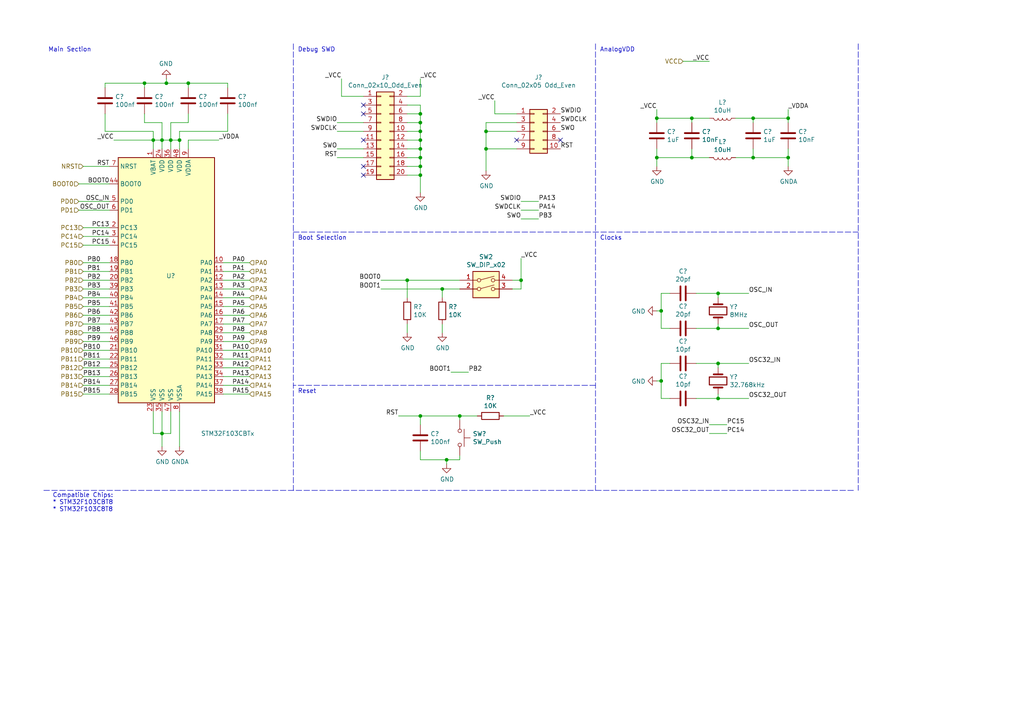
<source format=kicad_sch>
(kicad_sch (version 20231120) (generator "eeschema") (generator_version "8.0")
  (paper "A4")
  (lib_symbols
    (symbol "Connector_Generic:Conn_02x05_Odd_Even" (pin_names (offset 1.016) hide)
      (property "Reference" "J" (at 1.27 7.62 0))
      (property "Value" "Conn_02x05_Odd_Even" (at 1.27 -7.62 0))
      (symbol "Conn_02x05_Odd_Even_1_1"
        (rectangle (start -1.27 -4.953) (end 0 -5.207) (stroke (width 0.1524)))
        (rectangle (start -1.27 -2.413) (end 0 -2.667) (stroke (width 0.1524)))
        (rectangle (start -1.27 0.127) (end 0 -0.127) (stroke (width 0.1524)))
        (rectangle (start -1.27 2.667) (end 0 2.413) (stroke (width 0.1524)))
        (rectangle (start -1.27 5.207) (end 0 4.953) (stroke (width 0.1524)))
        (rectangle (start -1.27 6.35) (end 3.81 -6.35) (stroke (width 0.254)) (fill (type background)))
        (rectangle (start 3.81 -4.953) (end 2.54 -5.207) (stroke (width 0.1524)))
        (rectangle (start 3.81 -2.413) (end 2.54 -2.667) (stroke (width 0.1524)))
        (rectangle (start 3.81 0.127) (end 2.54 -0.127) (stroke (width 0.1524)))
        (rectangle (start 3.81 2.667) (end 2.54 2.413) (stroke (width 0.1524)))
        (rectangle (start 3.81 5.207) (end 2.54 4.953) (stroke (width 0.1524)))
        (pin passive line (at -5.08 5.08 0) (length 3.81) (name "Pin_1") (number "1"))
        (pin passive line (at 7.62 -5.08 180) (length 3.81) (name "Pin_10") (number "10"))
        (pin passive line (at 7.62 5.08 180) (length 3.81) (name "Pin_2") (number "2"))
        (pin passive line (at -5.08 2.54 0) (length 3.81) (name "Pin_3") (number "3"))
        (pin passive line (at 7.62 2.54 180) (length 3.81) (name "Pin_4") (number "4"))
        (pin passive line (at -5.08 0 0) (length 3.81) (name "Pin_5") (number "5"))
        (pin passive line (at 7.62 0 180) (length 3.81) (name "Pin_6") (number "6"))
        (pin passive line (at -5.08 -2.54 0) (length 3.81) (name "Pin_7") (number "7"))
        (pin passive line (at 7.62 -2.54 180) (length 3.81) (name "Pin_8") (number "8"))
        (pin passive line (at -5.08 -5.08 0) (length 3.81) (name "Pin_9") (number "9"))
      )
    )
    (symbol "Connector_Generic:Conn_02x10_Odd_Even" (pin_names (offset 1.016) hide)
      (property "Reference" "J" (at 1.27 12.7 0))
      (property "Value" "Conn_02x10_Odd_Even" (at 1.27 -15.24 0))
      (symbol "Conn_02x10_Odd_Even_1_1"
        (rectangle (start -1.27 -12.573) (end 0 -12.827) (stroke (width 0.1524)))
        (rectangle (start -1.27 -10.033) (end 0 -10.287) (stroke (width 0.1524)))
        (rectangle (start -1.27 -7.493) (end 0 -7.747) (stroke (width 0.1524)))
        (rectangle (start -1.27 -4.953) (end 0 -5.207) (stroke (width 0.1524)))
        (rectangle (start -1.27 -2.413) (end 0 -2.667) (stroke (width 0.1524)))
        (rectangle (start -1.27 0.127) (end 0 -0.127) (stroke (width 0.1524)))
        (rectangle (start -1.27 2.667) (end 0 2.413) (stroke (width 0.1524)))
        (rectangle (start -1.27 5.207) (end 0 4.953) (stroke (width 0.1524)))
        (rectangle (start -1.27 7.747) (end 0 7.493) (stroke (width 0.1524)))
        (rectangle (start -1.27 10.287) (end 0 10.033) (stroke (width 0.1524)))
        (rectangle (start -1.27 11.43) (end 3.81 -13.97) (stroke (width 0.254)) (fill (type background)))
        (rectangle (start 3.81 -12.573) (end 2.54 -12.827) (stroke (width 0.1524)))
        (rectangle (start 3.81 -10.033) (end 2.54 -10.287) (stroke (width 0.1524)))
        (rectangle (start 3.81 -7.493) (end 2.54 -7.747) (stroke (width 0.1524)))
        (rectangle (start 3.81 -4.953) (end 2.54 -5.207) (stroke (width 0.1524)))
        (rectangle (start 3.81 -2.413) (end 2.54 -2.667) (stroke (width 0.1524)))
        (rectangle (start 3.81 0.127) (end 2.54 -0.127) (stroke (width 0.1524)))
        (rectangle (start 3.81 2.667) (end 2.54 2.413) (stroke (width 0.1524)))
        (rectangle (start 3.81 5.207) (end 2.54 4.953) (stroke (width 0.1524)))
        (rectangle (start 3.81 7.747) (end 2.54 7.493) (stroke (width 0.1524)))
        (rectangle (start 3.81 10.287) (end 2.54 10.033) (stroke (width 0.1524)))
        (pin passive line (at -5.08 10.16 0) (length 3.81) (name "Pin_1") (number "1"))
        (pin passive line (at 7.62 0 180) (length 3.81) (name "Pin_10") (number "10"))
        (pin passive line (at -5.08 -2.54 0) (length 3.81) (name "Pin_11") (number "11"))
        (pin passive line (at 7.62 -2.54 180) (length 3.81) (name "Pin_12") (number "12"))
        (pin passive line (at -5.08 -5.08 0) (length 3.81) (name "Pin_13") (number "13"))
        (pin passive line (at 7.62 -5.08 180) (length 3.81) (name "Pin_14") (number "14"))
        (pin passive line (at -5.08 -7.62 0) (length 3.81) (name "Pin_15") (number "15"))
        (pin passive line (at 7.62 -7.62 180) (length 3.81) (name "Pin_16") (number "16"))
        (pin passive line (at -5.08 -10.16 0) (length 3.81) (name "Pin_17") (number "17"))
        (pin passive line (at 7.62 -10.16 180) (length 3.81) (name "Pin_18") (number "18"))
        (pin passive line (at -5.08 -12.7 0) (length 3.81) (name "Pin_19") (number "19"))
        (pin passive line (at 7.62 10.16 180) (length 3.81) (name "Pin_2") (number "2"))
        (pin passive line (at 7.62 -12.7 180) (length 3.81) (name "Pin_20") (number "20"))
        (pin passive line (at -5.08 7.62 0) (length 3.81) (name "Pin_3") (number "3"))
        (pin passive line (at 7.62 7.62 180) (length 3.81) (name "Pin_4") (number "4"))
        (pin passive line (at -5.08 5.08 0) (length 3.81) (name "Pin_5") (number "5"))
        (pin passive line (at 7.62 5.08 180) (length 3.81) (name "Pin_6") (number "6"))
        (pin passive line (at -5.08 2.54 0) (length 3.81) (name "Pin_7") (number "7"))
        (pin passive line (at 7.62 2.54 180) (length 3.81) (name "Pin_8") (number "8"))
        (pin passive line (at -5.08 0 0) (length 3.81) (name "Pin_9") (number "9"))
      )
    )
    (symbol "Device:C" (pin_numbers hide) (pin_names (offset 0.254))
      (property "Reference" "C" (at 0.635 2.54 0))
      (property "Value" "C" (at 0.635 -2.54 0))
      (symbol "C_0_1"
        (polyline (pts (xy -2.032 -0.762) (xy 2.032 -0.762)) (stroke (width 0.508)))
        (polyline (pts (xy -2.032 0.762) (xy 2.032 0.762)) (stroke (width 0.508)))
      )
      (symbol "C_1_1"
        (pin passive line (at 0 3.81 270) (length 2.794) (name "~") (number "1"))
        (pin passive line (at 0 -3.81 90) (length 2.794) (name "~") (number "2"))
      )
    )
    (symbol "Device:Crystal" (pin_numbers hide) (pin_names (offset 1.016) hide)
      (property "Reference" "Y" (at 0 3.81 0))
      (property "Value" "Crystal" (at 0 -3.81 0))
      (symbol "Crystal_0_1"
        (rectangle (start -1.143 2.54) (end 1.143 -2.54) (stroke (width 0.3048)))
        (polyline (pts (xy -2.54 0) (xy -1.905 0)))
        (polyline (pts (xy -1.905 -1.27) (xy -1.905 1.27)) (stroke (width 0.508)))
        (polyline (pts (xy 1.905 -1.27) (xy 1.905 1.27)) (stroke (width 0.508)))
        (polyline (pts (xy 2.54 0) (xy 1.905 0)))
      )
      (symbol "Crystal_1_1"
        (pin passive line (at -3.81 0 0) (length 1.27) (name "1") (number "1"))
        (pin passive line (at 3.81 0 180) (length 1.27) (name "2") (number "2"))
      )
    )
    (symbol "Device:L" (pin_numbers hide) (pin_names (offset 1.016) hide)
      (property "Reference" "L" (at -1.27 0 90))
      (property "Value" "L" (at 1.905 0 90))
      (symbol "L_0_1"
        (arc (start 0 -2.54) (mid 0.6323 -1.905) (end 0 -1.27))
        (arc (start 0 -1.27) (mid 0.6323 -0.635) (end 0 0))
        (arc (start 0 0) (mid 0.6323 0.635) (end 0 1.27))
        (arc (start 0 1.27) (mid 0.6323 1.905) (end 0 2.54))
      )
      (symbol "L_1_1"
        (pin passive line (at 0 3.81 270) (length 1.27) (name "1") (number "1"))
        (pin passive line (at 0 -3.81 90) (length 1.27) (name "2") (number "2"))
      )
    )
    (symbol "Device:R" (pin_numbers hide) (pin_names (offset 0))
      (property "Reference" "R" (at 2.032 0 90))
      (property "Value" "R" (at 0 0 90))
      (symbol "R_0_1"
        (rectangle (start -1.016 -2.54) (end 1.016 2.54) (stroke (width 0.254)))
      )
      (symbol "R_1_1"
        (pin passive line (at 0 3.81 270) (length 1.27) (name "~") (number "1"))
        (pin passive line (at 0 -3.81 90) (length 1.27) (name "~") (number "2"))
      )
    )
    (symbol "STM32103_Devel-rescue:GND-power" (power) (pin_names (offset 0))
      (property "Value" "power_GND" (at 0 -3.81 0))
      (symbol "GND-power_0_1"
        (polyline (pts (xy 0 0) (xy 0 -1.27) (xy 1.27 -1.27) (xy 0 -2.54) (xy -1.27 -1.27) (xy 0 -1.27)))
      )
      (symbol "GND-power_1_1"
        (pin power_in line (at 0 0 270) (length 0) hide (name "GND") (number "1"))
      )
    )
    (symbol "STM32103_Devel-rescue:GNDA-power" (power) (pin_names (offset 0))
      (property "Value" "power_GNDA" (at 0 -3.81 0))
      (symbol "GNDA-power_0_1"
        (polyline (pts (xy 0 0) (xy 0 -1.27) (xy 1.27 -1.27) (xy 0 -2.54) (xy -1.27 -1.27) (xy 0 -1.27)))
      )
      (symbol "GNDA-power_1_1"
        (pin power_in line (at 0 0 270) (length 0) hide (name "GNDA") (number "1"))
      )
    )
    (symbol "STM32103_Devel-rescue:STM32F103CBTx-MCU_ST_STM32F1"
      (property "Reference" "U" (at -15.24 36.83 0))
      (property "Value" "MCU_ST_STM32F1_STM32F103CBTx" (at 7.62 36.83 0))
      (symbol "STM32F103CBTx-MCU_ST_STM32F1_0_1"
        (rectangle (start -15.24 -35.56) (end 12.7 35.56) (stroke (width 0.254)) (fill (type background)))
      )
      (symbol "STM32F103CBTx-MCU_ST_STM32F1_1_1"
        (pin power_in line (at -5.08 38.1 270) (length 2.54) (name "VBAT") (number "1"))
        (pin bidirectional line (at 15.24 5.08 180) (length 2.54) (name "PA0") (number "10"))
        (pin bidirectional line (at 15.24 2.54 180) (length 2.54) (name "PA1") (number "11"))
        (pin bidirectional line (at 15.24 0 180) (length 2.54) (name "PA2") (number "12"))
        (pin bidirectional line (at 15.24 -2.54 180) (length 2.54) (name "PA3") (number "13"))
        (pin bidirectional line (at 15.24 -5.08 180) (length 2.54) (name "PA4") (number "14"))
        (pin bidirectional line (at 15.24 -7.62 180) (length 2.54) (name "PA5") (number "15"))
        (pin bidirectional line (at 15.24 -10.16 180) (length 2.54) (name "PA6") (number "16"))
        (pin bidirectional line (at 15.24 -12.7 180) (length 2.54) (name "PA7") (number "17"))
        (pin bidirectional line (at -17.78 5.08 0) (length 2.54) (name "PB0") (number "18"))
        (pin bidirectional line (at -17.78 2.54 0) (length 2.54) (name "PB1") (number "19"))
        (pin bidirectional line (at -17.78 15.24 0) (length 2.54) (name "PC13") (number "2"))
        (pin bidirectional line (at -17.78 0 0) (length 2.54) (name "PB2") (number "20"))
        (pin bidirectional line (at -17.78 -20.32 0) (length 2.54) (name "PB10") (number "21"))
        (pin bidirectional line (at -17.78 -22.86 0) (length 2.54) (name "PB11") (number "22"))
        (pin power_in line (at -5.08 -38.1 90) (length 2.54) (name "VSS") (number "23"))
        (pin power_in line (at -2.54 38.1 270) (length 2.54) (name "VDD") (number "24"))
        (pin bidirectional line (at -17.78 -25.4 0) (length 2.54) (name "PB12") (number "25"))
        (pin bidirectional line (at -17.78 -27.94 0) (length 2.54) (name "PB13") (number "26"))
        (pin bidirectional line (at -17.78 -30.48 0) (length 2.54) (name "PB14") (number "27"))
        (pin bidirectional line (at -17.78 -33.02 0) (length 2.54) (name "PB15") (number "28"))
        (pin bidirectional line (at 15.24 -15.24 180) (length 2.54) (name "PA8") (number "29"))
        (pin bidirectional line (at -17.78 12.7 0) (length 2.54) (name "PC14") (number "3"))
        (pin bidirectional line (at 15.24 -17.78 180) (length 2.54) (name "PA9") (number "30"))
        (pin bidirectional line (at 15.24 -20.32 180) (length 2.54) (name "PA10") (number "31"))
        (pin bidirectional line (at 15.24 -22.86 180) (length 2.54) (name "PA11") (number "32"))
        (pin bidirectional line (at 15.24 -25.4 180) (length 2.54) (name "PA12") (number "33"))
        (pin bidirectional line (at 15.24 -27.94 180) (length 2.54) (name "PA13") (number "34"))
        (pin power_in line (at -2.54 -38.1 90) (length 2.54) (name "VSS") (number "35"))
        (pin power_in line (at 0 38.1 270) (length 2.54) (name "VDD") (number "36"))
        (pin bidirectional line (at 15.24 -30.48 180) (length 2.54) (name "PA14") (number "37"))
        (pin bidirectional line (at 15.24 -33.02 180) (length 2.54) (name "PA15") (number "38"))
        (pin bidirectional line (at -17.78 -2.54 0) (length 2.54) (name "PB3") (number "39"))
        (pin bidirectional line (at -17.78 10.16 0) (length 2.54) (name "PC15") (number "4"))
        (pin bidirectional line (at -17.78 -5.08 0) (length 2.54) (name "PB4") (number "40"))
        (pin bidirectional line (at -17.78 -7.62 0) (length 2.54) (name "PB5") (number "41"))
        (pin bidirectional line (at -17.78 -10.16 0) (length 2.54) (name "PB6") (number "42"))
        (pin bidirectional line (at -17.78 -12.7 0) (length 2.54) (name "PB7") (number "43"))
        (pin input line (at -17.78 27.94 0) (length 2.54) (name "BOOT0") (number "44"))
        (pin bidirectional line (at -17.78 -15.24 0) (length 2.54) (name "PB8") (number "45"))
        (pin bidirectional line (at -17.78 -17.78 0) (length 2.54) (name "PB9") (number "46"))
        (pin power_in line (at 0 -38.1 90) (length 2.54) (name "VSS") (number "47"))
        (pin power_in line (at 2.54 38.1 270) (length 2.54) (name "VDD") (number "48"))
        (pin input line (at -17.78 22.86 0) (length 2.54) (name "PD0") (number "5"))
        (pin input line (at -17.78 20.32 0) (length 2.54) (name "PD1") (number "6"))
        (pin input line (at -17.78 33.02 0) (length 2.54) (name "NRST") (number "7"))
        (pin power_in line (at 2.54 -38.1 90) (length 2.54) (name "VSSA") (number "8"))
        (pin power_in line (at 5.08 38.1 270) (length 2.54) (name "VDDA") (number "9"))
      )
    )
    (symbol "Switch:SW_DIP_x02" (pin_names (offset 0) hide)
      (property "Reference" "SW" (at 0 6.35 0))
      (property "Value" "SW_DIP_x02" (at 0 -3.81 0))
      (symbol "SW_DIP_x02_0_0"
        (circle (center -2.032 0) (radius 0.508))
        (circle (center -2.032 2.54) (radius 0.508))
        (polyline (pts (xy -1.524 0.127) (xy 2.3622 1.1684)))
        (polyline (pts (xy -1.524 2.667) (xy 2.3622 3.7084)))
        (circle (center 2.032 0) (radius 0.508))
        (circle (center 2.032 2.54) (radius 0.508))
      )
      (symbol "SW_DIP_x02_0_1"
        (rectangle (start -3.81 5.08) (end 3.81 -2.54) (stroke (width 0.254)) (fill (type background)))
      )
      (symbol "SW_DIP_x02_1_1"
        (pin passive line (at -7.62 2.54 0) (length 5.08) (name "~") (number "1"))
        (pin passive line (at -7.62 0 0) (length 5.08) (name "~") (number "2"))
        (pin passive line (at 7.62 0 180) (length 5.08) (name "~") (number "3"))
        (pin passive line (at 7.62 2.54 180) (length 5.08) (name "~") (number "4"))
      )
    )
    (symbol "Switch:SW_Push" (pin_numbers hide) (pin_names (offset 1.016) hide)
      (property "Reference" "SW" (at 1.27 2.54 0))
      (property "Value" "SW_Push" (at 0 -1.524 0))
      (symbol "SW_Push_0_1"
        (circle (center -2.032 0) (radius 0.508))
        (polyline (pts (xy 0 1.27) (xy 0 3.048)))
        (polyline (pts (xy 2.54 1.27) (xy -2.54 1.27)))
        (circle (center 2.032 0) (radius 0.508))
        (pin passive line (at -5.08 0 0) (length 2.54) (name "1") (number "1"))
        (pin passive line (at 5.08 0 180) (length 2.54) (name "2") (number "2"))
      )
    )
  )
  (junction (at 228.6 34.29))
  (junction (at 128.27 83.82))
  (junction (at 218.44 45.72))
  (junction (at 48.26 24.13))
  (junction (at 118.11 81.28))
  (junction (at 208.28 105.41))
  (junction (at 200.66 34.29))
  (junction (at 121.92 35.56))
  (junction (at 140.97 43.18))
  (junction (at 151.13 81.28))
  (junction (at 44.45 40.64))
  (junction (at 121.92 43.18))
  (junction (at 46.99 125.73))
  (junction (at 121.92 38.1))
  (junction (at 121.92 48.26))
  (junction (at 121.92 120.65))
  (junction (at 218.44 34.29))
  (junction (at 121.92 45.72))
  (junction (at 54.61 24.13))
  (junction (at 49.53 40.64))
  (junction (at 208.28 85.09))
  (junction (at 121.92 40.64))
  (junction (at 208.28 95.25))
  (junction (at 190.5 34.29))
  (junction (at 41.91 24.13))
  (junction (at 121.92 50.8))
  (junction (at 200.66 45.72))
  (junction (at 133.35 120.65))
  (junction (at 208.28 115.57))
  (junction (at 52.07 40.64))
  (junction (at 121.92 33.02))
  (junction (at 190.5 45.72))
  (junction (at 46.99 40.64))
  (junction (at 140.97 38.1))
  (junction (at 191.77 90.17))
  (junction (at 191.77 110.49))
  (junction (at 228.6 45.72))
  (junction (at 129.54 133.35))
  (no_connect (at 149.86 40.64))
  (no_connect (at 105.41 30.48))
  (no_connect (at 105.41 50.8))
  (no_connect (at 105.41 40.64))
  (no_connect (at 105.41 33.02))
  (no_connect (at 162.56 40.64))
  (no_connect (at 105.41 48.26))
  (wire (pts (xy 210.82 123.19) (xy 205.74 123.19)))
  (wire (pts (xy 121.92 33.02) (xy 121.92 35.56)))
  (wire (pts (xy 54.61 24.13) (xy 48.26 24.13)))
  (wire (pts (xy 49.53 119.38) (xy 49.53 125.73)))
  (wire (pts (xy 191.77 105.41) (xy 191.77 110.49)))
  (wire (pts (xy 128.27 83.82) (xy 128.27 86.36)))
  (wire (pts (xy 151.13 63.5) (xy 156.21 63.5)))
  (wire (pts (xy 121.92 130.81) (xy 121.92 133.35)))
  (wire (pts (xy 63.5 40.64) (xy 54.61 40.64)))
  (wire (pts (xy 128.27 96.52) (xy 128.27 93.98)))
  (wire (pts (xy 194.31 85.09) (xy 191.77 85.09)))
  (wire (pts (xy 121.92 45.72) (xy 121.92 48.26)))
  (wire (pts (xy 213.36 45.72) (xy 218.44 45.72)))
  (wire (pts (xy 44.45 119.38) (xy 44.45 125.73)))
  (wire (pts (xy 99.06 27.94) (xy 105.41 27.94)))
  (wire (pts (xy 118.11 27.94) (xy 121.92 27.94)))
  (wire (pts (xy 31.75 104.14) (xy 24.13 104.14)))
  (wire (pts (xy 149.86 38.1) (xy 140.97 38.1)))
  (polyline (pts (xy 12.7 142.24) (xy 247.65 142.24)) (stroke (width 0) (type dash)))
  (wire (pts (xy 64.77 91.44) (xy 72.39 91.44)))
  (wire (pts (xy 133.35 132.08) (xy 133.35 133.35)))
  (wire (pts (xy 148.59 81.28) (xy 151.13 81.28)))
  (wire (pts (xy 64.77 106.68) (xy 72.39 106.68)))
  (wire (pts (xy 140.97 38.1) (xy 140.97 43.18)))
  (wire (pts (xy 191.77 90.17) (xy 191.77 95.25)))
  (wire (pts (xy 128.27 83.82) (xy 133.35 83.82)))
  (wire (pts (xy 66.04 38.1) (xy 66.04 33.02)))
  (wire (pts (xy 115.57 120.65) (xy 121.92 120.65)))
  (wire (pts (xy 46.99 43.18) (xy 46.99 40.64)))
  (wire (pts (xy 30.48 24.13) (xy 41.91 24.13)))
  (wire (pts (xy 24.13 111.76) (xy 31.75 111.76)))
  (wire (pts (xy 46.99 35.56) (xy 46.99 40.64)))
  (wire (pts (xy 118.11 81.28) (xy 118.11 86.36)))
  (wire (pts (xy 118.11 35.56) (xy 121.92 35.56)))
  (wire (pts (xy 24.13 81.28) (xy 31.75 81.28)))
  (wire (pts (xy 151.13 74.93) (xy 151.13 81.28)))
  (wire (pts (xy 52.07 40.64) (xy 52.07 43.18)))
  (polyline (pts (xy 248.92 12.7) (xy 248.92 142.24)) (stroke (width 0) (type dash)))
  (wire (pts (xy 190.5 110.49) (xy 191.77 110.49)))
  (wire (pts (xy 156.21 60.96) (xy 151.13 60.96)))
  (wire (pts (xy 205.74 125.73) (xy 210.82 125.73)))
  (wire (pts (xy 24.13 48.26) (xy 31.75 48.26)))
  (wire (pts (xy 24.13 106.68) (xy 31.75 106.68)))
  (wire (pts (xy 22.86 60.96) (xy 31.75 60.96)))
  (wire (pts (xy 208.28 105.41) (xy 217.17 105.41)))
  (wire (pts (xy 31.75 66.04) (xy 24.13 66.04)))
  (wire (pts (xy 64.77 104.14) (xy 72.39 104.14)))
  (wire (pts (xy 138.43 120.65) (xy 133.35 120.65)))
  (wire (pts (xy 153.67 120.65) (xy 146.05 120.65)))
  (wire (pts (xy 143.51 29.21) (xy 143.51 33.02)))
  (wire (pts (xy 121.92 38.1) (xy 121.92 40.64)))
  (wire (pts (xy 64.77 109.22) (xy 72.39 109.22)))
  (wire (pts (xy 191.77 85.09) (xy 191.77 90.17)))
  (wire (pts (xy 228.6 45.72) (xy 228.6 43.18)))
  (wire (pts (xy 118.11 45.72) (xy 121.92 45.72)))
  (wire (pts (xy 140.97 35.56) (xy 149.86 35.56)))
  (wire (pts (xy 191.77 110.49) (xy 191.77 115.57)))
  (wire (pts (xy 41.91 25.4) (xy 41.91 24.13)))
  (wire (pts (xy 24.13 91.44) (xy 31.75 91.44)))
  (wire (pts (xy 64.77 96.52) (xy 72.39 96.52)))
  (wire (pts (xy 24.13 76.2) (xy 31.75 76.2)))
  (wire (pts (xy 201.93 105.41) (xy 208.28 105.41)))
  (wire (pts (xy 228.6 45.72) (xy 228.6 48.26)))
  (wire (pts (xy 66.04 24.13) (xy 54.61 24.13)))
  (wire (pts (xy 208.28 93.98) (xy 208.28 95.25)))
  (wire (pts (xy 149.86 43.18) (xy 140.97 43.18)))
  (wire (pts (xy 151.13 83.82) (xy 148.59 83.82)))
  (wire (pts (xy 54.61 33.02) (xy 54.61 35.56)))
  (wire (pts (xy 133.35 133.35) (xy 129.54 133.35)))
  (wire (pts (xy 52.07 129.54) (xy 52.07 119.38)))
  (wire (pts (xy 200.66 45.72) (xy 205.74 45.72)))
  (wire (pts (xy 190.5 43.18) (xy 190.5 45.72)))
  (wire (pts (xy 64.77 78.74) (xy 72.39 78.74)))
  (wire (pts (xy 190.5 90.17) (xy 191.77 90.17)))
  (polyline (pts (xy 85.09 12.7) (xy 85.09 142.24)) (stroke (width 0) (type dash)))
  (wire (pts (xy 110.49 83.82) (xy 128.27 83.82)))
  (wire (pts (xy 129.54 133.35) (xy 129.54 134.62)))
  (wire (pts (xy 121.92 35.56) (xy 121.92 38.1)))
  (wire (pts (xy 30.48 25.4) (xy 30.48 24.13)))
  (wire (pts (xy 118.11 43.18) (xy 121.92 43.18)))
  (wire (pts (xy 121.92 50.8) (xy 121.92 55.88)))
  (wire (pts (xy 190.5 45.72) (xy 200.66 45.72)))
  (wire (pts (xy 200.66 43.18) (xy 200.66 45.72)))
  (wire (pts (xy 133.35 120.65) (xy 133.35 121.92)))
  (wire (pts (xy 54.61 40.64) (xy 54.61 43.18)))
  (wire (pts (xy 143.51 33.02) (xy 149.86 33.02)))
  (wire (pts (xy 46.99 119.38) (xy 46.99 125.73)))
  (wire (pts (xy 208.28 95.25) (xy 217.17 95.25)))
  (wire (pts (xy 49.53 40.64) (xy 52.07 40.64)))
  (wire (pts (xy 31.75 96.52) (xy 24.13 96.52)))
  (wire (pts (xy 31.75 101.6) (xy 24.13 101.6)))
  (wire (pts (xy 200.66 35.56) (xy 200.66 34.29)))
  (wire (pts (xy 64.77 99.06) (xy 72.39 99.06)))
  (wire (pts (xy 190.5 48.26) (xy 190.5 45.72)))
  (wire (pts (xy 64.77 88.9) (xy 72.39 88.9)))
  (wire (pts (xy 190.5 31.75) (xy 190.5 34.29)))
  (wire (pts (xy 97.79 43.18) (xy 105.41 43.18)))
  (wire (pts (xy 54.61 35.56) (xy 49.53 35.56)))
  (wire (pts (xy 44.45 43.18) (xy 44.45 40.64)))
  (wire (pts (xy 66.04 25.4) (xy 66.04 24.13)))
  (wire (pts (xy 22.86 58.42) (xy 31.75 58.42)))
  (wire (pts (xy 228.6 31.75) (xy 228.6 34.29)))
  (wire (pts (xy 121.92 120.65) (xy 133.35 120.65)))
  (wire (pts (xy 208.28 85.09) (xy 217.17 85.09)))
  (wire (pts (xy 201.93 85.09) (xy 208.28 85.09)))
  (wire (pts (xy 105.41 38.1) (xy 97.79 38.1)))
  (wire (pts (xy 151.13 81.28) (xy 151.13 83.82)))
  (wire (pts (xy 140.97 35.56) (xy 140.97 38.1)))
  (wire (pts (xy 99.06 27.94) (xy 99.06 22.86)))
  (wire (pts (xy 31.75 109.22) (xy 24.13 109.22)))
  (wire (pts (xy 118.11 38.1) (xy 121.92 38.1)))
  (wire (pts (xy 44.45 40.64) (xy 46.99 40.64)))
  (wire (pts (xy 200.66 34.29) (xy 205.74 34.29)))
  (wire (pts (xy 49.53 125.73) (xy 46.99 125.73)))
  (wire (pts (xy 52.07 40.64) (xy 52.07 38.1)))
  (wire (pts (xy 44.45 40.64) (xy 44.45 38.1)))
  (wire (pts (xy 48.26 24.13) (xy 48.26 22.86)))
  (wire (pts (xy 118.11 33.02) (xy 121.92 33.02)))
  (wire (pts (xy 118.11 48.26) (xy 121.92 48.26)))
  (wire (pts (xy 64.77 114.3) (xy 72.39 114.3)))
  (wire (pts (xy 44.45 38.1) (xy 30.48 38.1)))
  (wire (pts (xy 31.75 78.74) (xy 24.13 78.74)))
  (wire (pts (xy 24.13 99.06) (xy 31.75 99.06)))
  (wire (pts (xy 208.28 115.57) (xy 217.17 115.57)))
  (wire (pts (xy 121.92 43.18) (xy 121.92 45.72)))
  (wire (pts (xy 121.92 40.64) (xy 121.92 43.18)))
  (wire (pts (xy 64.77 93.98) (xy 72.39 93.98)))
  (wire (pts (xy 46.99 35.56) (xy 41.91 35.56)))
  (polyline (pts (xy 85.09 67.31) (xy 248.92 67.31)) (stroke (width 0) (type dash)))
  (wire (pts (xy 72.39 76.2) (xy 64.77 76.2)))
  (polyline (pts (xy 172.72 12.7) (xy 172.72 142.24)) (stroke (width 0) (type dash)))
  (wire (pts (xy 208.28 115.57) (xy 201.93 115.57)))
  (wire (pts (xy 64.77 81.28) (xy 72.39 81.28)))
  (wire (pts (xy 191.77 115.57) (xy 194.31 115.57)))
  (wire (pts (xy 54.61 25.4) (xy 54.61 24.13)))
  (wire (pts (xy 205.74 17.78) (xy 198.12 17.78)))
  (wire (pts (xy 190.5 34.29) (xy 200.66 34.29)))
  (wire (pts (xy 190.5 35.56) (xy 190.5 34.29)))
  (wire (pts (xy 151.13 58.42) (xy 156.21 58.42)))
  (wire (pts (xy 213.36 34.29) (xy 218.44 34.29)))
  (wire (pts (xy 31.75 93.98) (xy 24.13 93.98)))
  (wire (pts (xy 208.28 105.41) (xy 208.28 106.68)))
  (wire (pts (xy 121.92 48.26) (xy 121.92 50.8)))
  (wire (pts (xy 118.11 40.64) (xy 121.92 40.64)))
  (wire (pts (xy 22.86 53.34) (xy 31.75 53.34)))
  (wire (pts (xy 194.31 105.41) (xy 191.77 105.41)))
  (wire (pts (xy 64.77 111.76) (xy 72.39 111.76)))
  (wire (pts (xy 140.97 43.18) (xy 140.97 49.53)))
  (wire (pts (xy 208.28 85.09) (xy 208.28 86.36)))
  (wire (pts (xy 44.45 125.73) (xy 46.99 125.73)))
  (wire (pts (xy 118.11 96.52) (xy 118.11 93.98)))
  (wire (pts (xy 64.77 101.6) (xy 72.39 101.6)))
  (wire (pts (xy 33.02 40.64) (xy 44.45 40.64)))
  (wire (pts (xy 121.92 133.35) (xy 129.54 133.35)))
  (wire (pts (xy 52.07 38.1) (xy 66.04 38.1)))
  (wire (pts (xy 41.91 24.13) (xy 48.26 24.13)))
  (wire (pts (xy 46.99 125.73) (xy 46.99 129.54)))
  (wire (pts (xy 218.44 45.72) (xy 228.6 45.72)))
  (wire (pts (xy 46.99 40.64) (xy 49.53 40.64)))
  (wire (pts (xy 41.91 35.56) (xy 41.91 33.02)))
  (wire (pts (xy 130.81 107.95) (xy 135.89 107.95)))
  (wire (pts (xy 31.75 88.9) (xy 24.13 88.9)))
  (wire (pts (xy 121.92 123.19) (xy 121.92 120.65)))
  (wire (pts (xy 121.92 30.48) (xy 121.92 33.02)))
  (wire (pts (xy 208.28 114.3) (xy 208.28 115.57)))
  (wire (pts (xy 31.75 83.82) (xy 24.13 83.82)))
  (wire (pts (xy 218.44 43.18) (xy 218.44 45.72)))
  (wire (pts (xy 118.11 50.8) (xy 121.92 50.8)))
  (wire (pts (xy 49.53 43.18) (xy 49.53 40.64)))
  (wire (pts (xy 218.44 34.29) (xy 228.6 34.29)))
  (wire (pts (xy 64.77 83.82) (xy 72.39 83.82)))
  (wire (pts (xy 24.13 86.36) (xy 31.75 86.36)))
  (wire (pts (xy 228.6 34.29) (xy 228.6 35.56)))
  (polyline (pts (xy 172.72 111.76) (xy 85.09 111.76)) (stroke (width 0) (type dash)))
  (wire (pts (xy 118.11 30.48) (xy 121.92 30.48)))
  (wire (pts (xy 31.75 68.58) (xy 24.13 68.58)))
  (wire (pts (xy 30.48 38.1) (xy 30.48 33.02)))
  (wire (pts (xy 118.11 81.28) (xy 133.35 81.28)))
  (wire (pts (xy 97.79 35.56) (xy 105.41 35.56)))
  (wire (pts (xy 191.77 95.25) (xy 194.31 95.25)))
  (wire (pts (xy 121.92 27.94) (xy 121.92 22.86)))
  (wire (pts (xy 208.28 95.25) (xy 201.93 95.25)))
  (wire (pts (xy 31.75 71.12) (xy 24.13 71.12)))
  (wire (pts (xy 64.77 86.36) (xy 72.39 86.36)))
  (wire (pts (xy 110.49 81.28) (xy 118.11 81.28)))
  (wire (pts (xy 49.53 35.56) (xy 49.53 40.64)))
  (wire (pts (xy 218.44 35.56) (xy 218.44 34.29)))
  (wire (pts (xy 24.13 114.3) (xy 31.75 114.3)))
  (wire (pts (xy 97.79 45.72) (xy 105.41 45.72)))
  (text "AnalogVDD" (at 173.99 15.24 0) (effects (font (size 1.27 1.27)) (justify left bottom)))
  (text "Reset" (at 86.36 114.3 0) (effects (font (size 1.27 1.27)) (justify left bottom)))
  (text "Main Section" (at 13.97 15.24 0) (effects (font (size 1.27 1.27)) (justify left bottom)))
  (text "Compatible Chips:\n* STM32F103CBT8\n* STM32F103C8T8" (at 15.24 148.59 0) (effects (font (size 1.27 1.27)) (justify left bottom)))
  (text "Clocks" (at 173.99 69.85 0) (effects (font (size 1.27 1.27)) (justify left bottom)))
  (text "Debug SWD" (at 86.36 15.24 0) (effects (font (size 1.27 1.27)) (justify left bottom)))
  (text "Boot Selection" (at 86.36 69.85 0) (effects (font (size 1.27 1.27)) (justify left bottom)))
  (label "_VCC" (at 205.74 17.78 180))
  (label "_VCC" (at 121.92 22.86 0))
  (label "PB11" (at 29.21 104.14 180))
  (label "BOOT0" (at 31.75 53.34 180))
  (label "RST" (at 31.75 48.26 180))
  (label "SWDIO" (at 151.13 58.42 180))
  (label "SWDCLK" (at 97.79 38.1 180))
  (label "OSC_IN" (at 217.17 85.09 0))
  (label "_VDDA" (at 228.6 31.75 0))
  (label "PC14" (at 31.75 68.58 180))
  (label "BOOT0" (at 110.49 81.28 180))
  (label "OSC32_IN" (at 205.74 123.19 180))
  (label "PB13" (at 29.21 109.22 180))
  (label "BOOT1" (at 110.49 83.82 180))
  (label "_VCC" (at 151.13 74.93 0))
  (label "PB8" (at 29.21 96.52 180))
  (label "OSC_OUT" (at 217.17 95.25 0))
  (label "PA5" (at 67.31 88.9 0))
  (label "SWO" (at 151.13 63.5 180))
  (label "RST" (at 162.56 43.18 0))
  (label "BOOT1" (at 130.81 107.95 180))
  (label "PA14" (at 156.21 60.96 0))
  (label "RST" (at 115.57 120.65 180))
  (label "OSC_IN" (at 31.75 58.42 180))
  (label "OSC32_OUT" (at 217.17 115.57 0))
  (label "PA13" (at 156.21 58.42 0))
  (label "PA6" (at 67.31 91.44 0))
  (label "PB7" (at 29.21 93.98 180))
  (label "SWO" (at 97.79 43.18 180))
  (label "PB3" (at 29.21 83.82 180))
  (label "PA1" (at 67.31 78.74 0))
  (label "PA10" (at 67.31 101.6 0))
  (label "PB5" (at 29.21 88.9 180))
  (label "RST" (at 97.79 45.72 180))
  (label "PC15" (at 31.75 71.12 180))
  (label "SWO" (at 162.56 38.1 0))
  (label "PB2" (at 29.21 81.28 180))
  (label "PB3" (at 156.21 63.5 0))
  (label "PA11" (at 67.31 104.14 0))
  (label "PB14" (at 29.21 111.76 180))
  (label "SWDCLK" (at 151.13 60.96 180))
  (label "_VCC" (at 153.67 120.65 0))
  (label "PB9" (at 29.21 99.06 180))
  (label "PA14" (at 67.31 111.76 0))
  (label "PB0" (at 29.21 76.2 180))
  (label "PA3" (at 67.31 83.82 0))
  (label "OSC_OUT" (at 31.75 60.96 180))
  (label "PA7" (at 67.31 93.98 0))
  (label "PB1" (at 29.21 78.74 180))
  (label "_VDDA" (at 63.5 40.64 0))
  (label "PA4" (at 67.31 86.36 0))
  (label "PA9" (at 67.31 99.06 0))
  (label "PC13" (at 31.75 66.04 180))
  (label "OSC32_OUT" (at 205.74 125.73 180))
  (label "PB6" (at 29.21 91.44 180))
  (label "PC15" (at 210.82 123.19 0))
  (label "PB12" (at 29.21 106.68 180))
  (label "PB2" (at 135.89 107.95 0))
  (label "_VCC" (at 99.06 22.86 180))
  (label "PC14" (at 210.82 125.73 0))
  (label "PA0" (at 67.31 76.2 0))
  (label "SWDIO" (at 97.79 35.56 180))
  (label "_VCC" (at 143.51 29.21 180))
  (label "PB15" (at 29.21 114.3 180))
  (label "SWDCLK" (at 162.56 35.56 0))
  (label "PA15" (at 67.31 114.3 0))
  (label "_VCC" (at 33.02 40.64 180))
  (label "PB4" (at 29.21 86.36 180))
  (label "SWDIO" (at 162.56 33.02 0))
  (label "PA13" (at 67.31 109.22 0))
  (label "PA2" (at 67.31 81.28 0))
  (label "PB10" (at 29.21 101.6 180))
  (label "OSC32_IN" (at 217.17 105.41 0))
  (label "PA8" (at 67.31 96.52 0))
  (label "PA12" (at 67.31 106.68 0))
  (label "_VCC" (at 190.5 31.75 180))
  (hierarchical_label "PD1" (shape input) (at 22.86 60.96 180))
  (hierarchical_label "BOOT0" (shape input) (at 22.86 53.34 180))
  (hierarchical_label "PA5" (shape input) (at 72.39 88.9 0))
  (hierarchical_label "PA10" (shape input) (at 72.39 101.6 0))
  (hierarchical_label "VCC" (shape input) (at 198.12 17.78 180))
  (hierarchical_label "PB4" (shape input) (at 24.13 86.36 180))
  (hierarchical_label "PA3" (shape input) (at 72.39 83.82 0))
  (hierarchical_label "PA14" (shape input) (at 72.39 111.76 0))
  (hierarchical_label "PB14" (shape input) (at 24.13 111.76 180))
  (hierarchical_label "PA8" (shape input) (at 72.39 96.52 0))
  (hierarchical_label "PB1" (shape input) (at 24.13 78.74 180))
  (hierarchical_label "PA4" (shape input) (at 72.39 86.36 0))
  (hierarchical_label "PA0" (shape input) (at 72.39 76.2 0))
  (hierarchical_label "PA1" (shape input) (at 72.39 78.74 0))
  (hierarchical_label "PA7" (shape input) (at 72.39 93.98 0))
  (hierarchical_label "PA9" (shape input) (at 72.39 99.06 0))
  (hierarchical_label "PB11" (shape input) (at 24.13 104.14 180))
  (hierarchical_label "PB2" (shape input) (at 24.13 81.28 180))
  (hierarchical_label "NRST" (shape input) (at 24.13 48.26 180))
  (hierarchical_label "PA2" (shape input) (at 72.39 81.28 0))
  (hierarchical_label "PB7" (shape input) (at 24.13 93.98 180))
  (hierarchical_label "PB9" (shape input) (at 24.13 99.06 180))
  (hierarchical_label "PA12" (shape input) (at 72.39 106.68 0))
  (hierarchical_label "PA13" (shape input) (at 72.39 109.22 0))
  (hierarchical_label "PB8" (shape input) (at 24.13 96.52 180))
  (hierarchical_label "PB13" (shape input) (at 24.13 109.22 180))
  (hierarchical_label "PA11" (shape input) (at 72.39 104.14 0))
  (hierarchical_label "PC14" (shape input) (at 24.13 68.58 180))
  (hierarchical_label "PC15" (shape input) (at 24.13 71.12 180))
  (hierarchical_label "PA15" (shape input) (at 72.39 114.3 0))
  (hierarchical_label "PB5" (shape input) (at 24.13 88.9 180))
  (hierarchical_label "PB12" (shape input) (at 24.13 106.68 180))
  (hierarchical_label "PB0" (shape input) (at 24.13 76.2 180))
  (hierarchical_label "PB15" (shape input) (at 24.13 114.3 180))
  (hierarchical_label "PB3" (shape input) (at 24.13 83.82 180))
  (hierarchical_label "PC13" (shape input) (at 24.13 66.04 180))
  (hierarchical_label "PB6" (shape input) (at 24.13 91.44 180))
  (hierarchical_label "PA6" (shape input) (at 72.39 91.44 0))
  (hierarchical_label "PD0" (shape input) (at 22.86 58.42 180))
  (hierarchical_label "PB10" (shape input) (at 24.13 101.6 180))
  (symbol (lib_id "STM32103_Devel-rescue:STM32F103CBTx-MCU_ST_STM32F1") (at 49.53 81.28 0) (unit 1)
    (property "Reference" "U?" (at 49.53 80.01 0))
    (property "Value" "STM32F103CBTx" (at 66.04 125.73 0))
    (property "Footprint" "STM32103_Devel:LQFP-48_7x7mm_P0.5mm" (effects (hide yes)))
    (property "Datasheet" "http://www.st.com/st-web-ui/static/active/en/resource/technical/document/datasheet/CD00161566.pdf" (effects (hide yes)))
    (property "LCSC" "C8304" (effects (hide yes)))
    (instances (project "" (path "" (reference "U?") (unit 1)) (path "" (reference "U1") (unit 1))))
  )
  (symbol (lib_id "STM32103_Devel-rescue:GND-power") (at 46.99 129.54 0) (unit 1)
    (property "Reference" "#PWR?" (effects (hide yes)))
    (property "Value" "GND" (at 47.117 133.9342 0))
    (instances (project "" (path "" (reference "#PWR?") (unit 1)) (path "" (reference "#PWR04") (unit 1))))
  )
  (symbol (lib_id "STM32103_Devel-rescue:GNDA-power") (at 52.07 129.54 0) (unit 1)
    (property "Reference" "#PWR?" (effects (hide yes)))
    (property "Value" "GNDA" (at 52.197 133.9342 0))
    (instances (project "" (path "" (reference "#PWR?") (unit 1)) (path "" (reference "#PWR06") (unit 1))))
  )
  (symbol (lib_id "STM32103_Devel-rescue:GND-power") (at 48.26 22.86 180) (unit 1)
    (property "Reference" "#PWR?" (effects (hide yes)))
    (property "Value" "GND" (at 48.133 18.4658 0))
    (instances (project "" (path "" (reference "#PWR?") (unit 1)) (path "" (reference "#PWR05") (unit 1))))
  )
  (symbol (lib_id "Device:C") (at 66.04 29.21 0) (unit 1)
    (property "Reference" "C?" (at 68.961 28.0416 0) (effects (justify left)))
    (property "Value" "100nf" (at 68.961 30.353 0) (effects (justify left)))
    (property "Footprint" "Capacitor_SMD:C_0805_2012Metric" (effects (hide yes)))
    (property "LCSC" "C49678" (effects (hide yes)))
    (property "Manufacturer" "Kemet" (effects (hide yes)))
    (property "mnp" "C0805C104J5RAC7800" (effects (hide yes)))
    (instances (project "" (path "" (reference "C?") (unit 1)) (path "" (reference "C8") (unit 1))))
  )
  (symbol (lib_id "Device:C") (at 54.61 29.21 0) (unit 1)
    (property "Reference" "C?" (at 57.531 28.0416 0) (effects (justify left)))
    (property "Value" "100nf" (at 57.531 30.353 0) (effects (justify left)))
    (property "Footprint" "Capacitor_SMD:C_0805_2012Metric" (effects (hide yes)))
    (property "LCSC" "C49678" (effects (hide yes)))
    (property "Manufacturer" "Kemet" (effects (hide yes)))
    (property "mnp" "C0805C104J5RAC7800" (effects (hide yes)))
    (instances (project "" (path "" (reference "C?") (unit 1)) (path "" (reference "C7") (unit 1))))
  )
  (symbol (lib_id "Device:C") (at 41.91 29.21 0) (unit 1)
    (property "Reference" "C?" (at 44.831 28.0416 0) (effects (justify left)))
    (property "Value" "100nf" (at 44.831 30.353 0) (effects (justify left)))
    (property "Footprint" "Capacitor_SMD:C_0805_2012Metric" (effects (hide yes)))
    (property "LCSC" "C49678" (effects (hide yes)))
    (property "Manufacturer" "Kemet" (effects (hide yes)))
    (property "mnp" "C0805C104J5RAC7800" (effects (hide yes)))
    (instances (project "" (path "" (reference "C?") (unit 1)) (path "" (reference "C6") (unit 1))))
  )
  (symbol (lib_id "Device:C") (at 30.48 29.21 0) (unit 1)
    (property "Reference" "C?" (at 33.401 28.0416 0) (effects (justify left)))
    (property "Value" "100nf" (at 33.401 30.353 0) (effects (justify left)))
    (property "Footprint" "Capacitor_SMD:C_0805_2012Metric" (effects (hide yes)))
    (property "LCSC" "C49678" (effects (hide yes)))
    (property "Manufacturer" "Kemet" (effects (hide yes)))
    (property "mnp" "C0805C104J5RAC7800" (effects (hide yes)))
    (instances (project "" (path "" (reference "C?") (unit 1)) (path "" (reference "C1") (unit 1))))
  )
  (symbol (lib_id "Device:Crystal") (at 208.28 90.17 270) (unit 1)
    (property "Reference" "Y?" (at 211.6074 89.0016 90) (effects (justify left)))
    (property "Value" "8MHz" (at 211.6074 91.313 90) (effects (justify left)))
    (property "Footprint" "Crystal:Crystal_SMD_5032-2Pin_5.0x3.2mm" (effects (hide yes)))
    (property "LCSC" "C115962" (effects (hide yes)))
    (instances (project "" (path "" (reference "Y?") (unit 1)) (path "" (reference "Y1") (unit 1))))
  )
  (symbol (lib_id "Device:C") (at 198.12 95.25 270) (unit 1)
    (property "Reference" "C?" (at 198.12 88.8492 90))
    (property "Value" "20pf" (at 198.12 91.1606 90))
    (property "Footprint" "Capacitor_SMD:C_0805_2012Metric" (effects (hide yes)))
    (property "LCSC" "C1798" (effects (hide yes)))
    (property "Manufacturer" "Kemet" (effects (hide yes)))
    (property "mnp" "C0805C200J5HAC7800" (effects (hide yes)))
    (instances (project "" (path "" (reference "C?") (unit 1)) (path "" (reference "C3") (unit 1))))
  )
  (symbol (lib_id "Device:C") (at 198.12 85.09 270) (unit 1)
    (property "Reference" "C?" (at 198.12 78.6892 90))
    (property "Value" "20pf" (at 198.12 81.0006 90))
    (property "Footprint" "Capacitor_SMD:C_0805_2012Metric" (effects (hide yes)))
    (property "LCSC" "C1798" (effects (hide yes)))
    (property "Manufacturer" "Kemet" (effects (hide yes)))
    (property "mnp" "C0805C200J5HAC7800" (effects (hide yes)))
    (instances (project "" (path "" (reference "C?") (unit 1)) (path "" (reference "C2") (unit 1))))
  )
  (symbol (lib_id "STM32103_Devel-rescue:GND-power") (at 190.5 90.17 270) (unit 1)
    (property "Reference" "#PWR?" (effects (hide yes)))
    (property "Value" "GND" (at 187.2488 90.297 90) (effects (justify right)))
    (instances (project "" (path "" (reference "#PWR?") (unit 1)) (path "" (reference "#PWR01") (unit 1))))
  )
  (symbol (lib_id "Device:Crystal") (at 208.28 110.49 270) (unit 1)
    (property "Reference" "Y?" (at 211.6074 109.3216 90) (effects (justify left)))
    (property "Value" "32.768kHz" (at 211.6074 111.633 90) (effects (justify left)))
    (property "Footprint" "Crystal:Crystal_SMD_3215-2Pin_3.2x1.5mm" (effects (hide yes)))
    (property "LCSC" "C32346" (effects (hide yes)))
    (instances (project "" (path "" (reference "Y?") (unit 1)) (path "" (reference "Y2") (unit 1))))
  )
  (symbol (lib_id "Device:C") (at 198.12 115.57 270) (unit 1)
    (property "Reference" "C?" (at 198.12 109.1692 90))
    (property "Value" "10pf" (at 198.12 111.4806 90))
    (property "Footprint" "Capacitor_SMD:C_0805_2012Metric" (effects (hide yes)))
    (property "LCSC" "C1785" (effects (hide yes)))
    (property "Manufacturer" "Kemet" (effects (hide yes)))
    (instances (project "" (path "" (reference "C?") (unit 1)) (path "" (reference "C5") (unit 1))))
  )
  (symbol (lib_id "Device:C") (at 198.12 105.41 270) (unit 1)
    (property "Reference" "C?" (at 198.12 99.0092 90))
    (property "Value" "10pf" (at 198.12 101.3206 90))
    (property "Footprint" "Capacitor_SMD:C_0805_2012Metric" (effects (hide yes)))
    (property "LCSC" "C1785" (effects (hide yes)))
    (property "Manufacturer" "Kemet" (effects (hide yes)))
    (instances (project "" (path "" (reference "C?") (unit 1)) (path "" (reference "C4") (unit 1))))
  )
  (symbol (lib_id "STM32103_Devel-rescue:GND-power") (at 190.5 110.49 270) (unit 1)
    (property "Reference" "#PWR?" (effects (hide yes)))
    (property "Value" "GND" (at 187.2488 110.617 90) (effects (justify right)))
    (instances (project "" (path "" (reference "#PWR?") (unit 1)) (path "" (reference "#PWR02") (unit 1))))
  )
  (symbol (lib_id "Connector_Generic:Conn_02x10_Odd_Even") (at 110.49 38.1 0) (unit 1)
    (property "Reference" "J?" (at 111.76 22.4282 0))
    (property "Value" "Conn_02x10_Odd_Even" (at 111.76 24.7396 0))
    (property "Footprint" "Connector_PinHeader_2.54mm:PinHeader_2x10_P2.54mm_Vertical" (effects (hide yes)))
    (instances (project "" (path "" (reference "J?") (unit 1)) (path "" (reference "J3") (unit 1))))
  )
  (symbol (lib_id "STM32103_Devel-rescue:GND-power") (at 121.92 55.88 0) (unit 1)
    (property "Reference" "#PWR?" (effects (hide yes)))
    (property "Value" "GND" (at 122.047 60.2742 0))
    (instances (project "" (path "" (reference "#PWR?") (unit 1)) (path "" (reference "#PWR030") (unit 1))))
  )
  (symbol (lib_id "Connector_Generic:Conn_02x05_Odd_Even") (at 154.94 38.1 0) (unit 1)
    (property "Reference" "J?" (at 156.21 22.4282 0))
    (property "Value" "Conn_02x05 Odd_Even" (at 156.21 24.7396 0))
    (property "Footprint" "Connector_PinHeader_1.27mm:PinHeader_2x05_P1.27mm_Vertical" (effects (hide yes)))
    (property "Manufacturer" "Amphenol ICC (FCI)" (effects (hide yes)))
    (property "mnp" "20021121-00010C4LF" (effects (hide yes)))
    (property "LCSC" "C5632705" (effects (hide yes)))
    (instances (project "" (path "" (reference "J?") (unit 1)) (path "" (reference "J6") (unit 1))))
  )
  (symbol (lib_id "STM32103_Devel-rescue:GND-power") (at 140.97 49.53 0) (unit 1)
    (property "Reference" "#PWR?" (effects (hide yes)))
    (property "Value" "GND" (at 141.097 53.9242 0))
    (instances (project "" (path "" (reference "#PWR?") (unit 1)) (path "" (reference "#PWR031") (unit 1))))
  )
  (symbol (lib_id "Switch:SW_DIP_x02") (at 140.97 83.82 0) (unit 1)
    (property "Reference" "SW2" (at 140.97 74.4982 0))
    (property "Value" "SW_DIP_x02" (at 140.97 76.8096 0))
    (property "Footprint" "Button_Switch_SMD:SW_DIP_SPSTx02_Slide_6.7x6.64mm_W6.73mm_P2.54mm_LowProfile_JPin" (effects (hide yes)))
    (property "Manufacturer" "CTS Electrocomponents" (effects (hide yes)))
    (property "mnp" "CT2192LPST-ND" (effects (hide yes)))
    (property "LCSC" "C2921579" (effects (hide yes)))
  )
  (symbol (lib_id "Device:C") (at 121.92 127 0) (unit 1)
    (property "Reference" "C?" (at 124.841 125.8316 0) (effects (justify left)))
    (property "Value" "100nf" (at 124.841 128.143 0) (effects (justify left)))
    (property "Footprint" "Capacitor_SMD:C_0805_2012Metric" (effects (hide yes)))
    (property "LCSC" "C49678" (effects (hide yes)))
    (property "Manufacturer" "Kemet" (effects (hide yes)))
    (property "mnp" "C0805C104J5RAC7800" (effects (hide yes)))
    (instances (project "" (path "" (reference "C?") (unit 1)) (path "" (reference "C11") (unit 1))))
  )
  (symbol (lib_id "STM32103_Devel-rescue:GND-power") (at 129.54 134.62 0) (unit 1)
    (property "Reference" "#PWR?" (effects (hide yes)))
    (property "Value" "GND" (at 129.667 139.0142 0))
    (instances (project "" (path "" (reference "#PWR?") (unit 1)) (path "" (reference "#PWR011") (unit 1))))
  )
  (symbol (lib_id "Switch:SW_Push") (at 133.35 127 270) (unit 1)
    (property "Reference" "SW?" (at 137.1092 125.8316 90) (effects (justify left)))
    (property "Value" "SW_Push" (at 137.1092 128.143 90) (effects (justify left)))
    (property "Footprint" "Button_Switch_THT:SW_PUSH_6mm" (effects (hide yes)))
    (instances (project "" (path "" (reference "SW?") (unit 1)) (path "" (reference "SW1") (unit 1))))
  )
  (symbol (lib_id "STM32103_Devel-rescue:GND-power") (at 118.11 96.52 0) (unit 1)
    (property "Reference" "#PWR?" (effects (hide yes)))
    (property "Value" "GND" (at 118.237 100.9142 0))
    (instances (project "" (path "" (reference "#PWR?") (unit 1)) (path "" (reference "#PWR014") (unit 1))))
  )
  (symbol (lib_id "Device:R") (at 128.27 90.17 0) (unit 1)
    (property "Reference" "R?" (at 130.048 89.0016 0) (effects (justify left)))
    (property "Value" "10K" (at 130.048 91.313 0) (effects (justify left)))
    (property "Footprint" "Resistor_SMD:R_0805_2012Metric" (effects (hide yes)))
    (property "LCSC" "C17414" (effects (hide yes)))
    (property "Manufacturer" "Bourns Inc." (effects (hide yes)))
    (property "mnp" "CR0805-FX-1002ELF" (effects (hide yes)))
    (instances (project "" (path "" (reference "R?") (unit 1)) (path "" (reference "R5") (unit 1))))
  )
  (symbol (lib_id "Device:R") (at 118.11 90.17 0) (unit 1)
    (property "Reference" "R?" (at 119.888 89.0016 0) (effects (justify left)))
    (property "Value" "10K" (at 119.888 91.313 0) (effects (justify left)))
    (property "Footprint" "Resistor_SMD:R_0805_2012Metric" (effects (hide yes)))
    (property "LCSC" "C17414" (effects (hide yes)))
    (property "Manufacturer" "Bourns Inc." (effects (hide yes)))
    (property "mnp" "CR0805-FX-1002ELF" (effects (hide yes)))
    (instances (project "" (path "" (reference "R?") (unit 1)) (path "" (reference "R1") (unit 1))))
  )
  (symbol (lib_id "Device:R") (at 142.24 120.65 270) (unit 1)
    (property "Reference" "R?" (at 142.24 115.3922 90))
    (property "Value" "10K" (at 142.24 117.7036 90))
    (property "Footprint" "Resistor_SMD:R_0805_2012Metric" (effects (hide yes)))
    (property "LCSC" "C17414" (effects (hide yes)))
    (property "Manufacturer" "Bourns Inc." (effects (hide yes)))
    (property "mnp" "CR0805-FX-1002ELF" (effects (hide yes)))
    (instances (project "" (path "" (reference "R?") (unit 1)) (path "" (reference "R3") (unit 1))))
  )
  (symbol (lib_id "Device:C") (at 190.5 39.37 0) (unit 1)
    (property "Reference" "C?" (at 193.421 38.2016 0) (effects (justify left)))
    (property "Value" "1uF" (at 193.421 40.513 0) (effects (justify left)))
    (property "Footprint" "Capacitor_SMD:C_0805_2012Metric" (effects (hide yes)))
    (property "LCSC" "C28323" (effects (hide yes)))
    (property "Manufacturer" "Kemet" (effects (hide yes)))
    (property "mnp" "C0805C105J4REC7800" (effects (hide yes)))
    (instances (project "" (path "" (reference "C?") (unit 1)) (path "" (reference "C9") (unit 1))))
  )
  (symbol (lib_id "STM32103_Devel-rescue:GND-power") (at 190.5 48.26 0) (unit 1)
    (property "Reference" "#PWR?" (effects (hide yes)))
    (property "Value" "GND" (at 190.627 52.6542 0))
    (instances (project "" (path "" (reference "#PWR?") (unit 1)) (path "" (reference "#PWR09") (unit 1))))
  )
  (symbol (lib_id "STM32103_Devel-rescue:GNDA-power") (at 228.6 48.26 0) (unit 1)
    (property "Reference" "#PWR?" (effects (hide yes)))
    (property "Value" "GNDA" (at 228.727 52.6542 0))
    (instances (project "" (path "" (reference "#PWR?") (unit 1)) (path "" (reference "#PWR021") (unit 1))))
  )
  (symbol (lib_id "Device:C") (at 200.66 39.37 0) (unit 1)
    (property "Reference" "C?" (at 203.581 38.2016 0) (effects (justify left)))
    (property "Value" "10nF" (at 203.581 40.513 0) (effects (justify left)))
    (property "Footprint" "Capacitor_SMD:C_0805_2012Metric" (effects (hide yes)))
    (property "LCSC" "C1710" (effects (hide yes)))
    (property "Manufacturer" "Kemet" (effects (hide yes)))
    (property "mnp" "C0805C103J5RAC7210" (effects (hide yes)))
    (instances (project "" (path "" (reference "C?") (unit 1)) (path "" (reference "C12") (unit 1))))
  )
  (symbol (lib_id "Device:C") (at 218.44 39.37 0) (unit 1)
    (property "Reference" "C?" (at 221.361 38.2016 0) (effects (justify left)))
    (property "Value" "1uF" (at 221.361 40.513 0) (effects (justify left)))
    (property "Footprint" "Capacitor_SMD:C_0805_2012Metric" (effects (hide yes)))
    (property "LCSC" "C28323" (effects (hide yes)))
    (property "Manufacturer" "Kemet" (effects (hide yes)))
    (property "mnp" "C0805C105J4REC7800" (effects (hide yes)))
    (instances (project "" (path "" (reference "C?") (unit 1)) (path "" (reference "C13") (unit 1))))
  )
  (symbol (lib_id "Device:C") (at 228.6 39.37 0) (unit 1)
    (property "Reference" "C?" (at 231.521 38.2016 0) (effects (justify left)))
    (property "Value" "10nF" (at 231.521 40.513 0) (effects (justify left)))
    (property "Footprint" "Capacitor_SMD:C_0805_2012Metric" (effects (hide yes)))
    (property "LCSC" "C1710" (effects (hide yes)))
    (property "Manufacturer" "Kemet" (effects (hide yes)))
    (property "mnp" "C0805C103J5RAC7210" (effects (hide yes)))
    (instances (project "" (path "" (reference "C?") (unit 1)) (path "" (reference "C15") (unit 1))))
  )
  (symbol (lib_id "Device:L") (at 209.55 45.72 270) (unit 1)
    (property "Reference" "L?" (at 209.55 41.1226 90))
    (property "Value" "10uH" (at 209.55 43.434 90))
    (property "Footprint" "Inductor_SMD:L_0805_2012Metric" (effects (hide yes)))
    (property "LCSC" "C1046" (effects (hide yes)))
    (property "Manufacturer" "TDK Corporation" (effects (hide yes)))
    (property "mnp" "MLZ2012N100LT000" (effects (hide yes)))
    (instances (project "" (path "" (reference "L?") (unit 1)) (path "" (reference "L2") (unit 1))))
  )
  (symbol (lib_id "Device:L") (at 209.55 34.29 270) (unit 1)
    (property "Reference" "L?" (at 209.55 29.6926 90))
    (property "Value" "10uH" (at 209.55 32.004 90))
    (property "Footprint" "Inductor_SMD:L_0805_2012Metric" (effects (hide yes)))
    (property "LCSC" "C1046" (effects (hide yes)))
    (property "Manufacturer" "TDK Corporation" (effects (hide yes)))
    (property "mnp" "MLZ2012N100LT000" (effects (hide yes)))
    (instances (project "" (path "" (reference "L?") (unit 1)) (path "" (reference "L1") (unit 1))))
  )
  (symbol (lib_id "STM32103_Devel-rescue:GND-power") (at 128.27 96.52 0) (unit 1)
    (property "Reference" "#PWR?" (effects (hide yes)))
    (property "Value" "GND" (at 128.397 100.9142 0))
    (instances (project "" (path "" (reference "#PWR?") (unit 1)) (path "" (reference "#PWR03") (unit 1))))
  )
)
</source>
